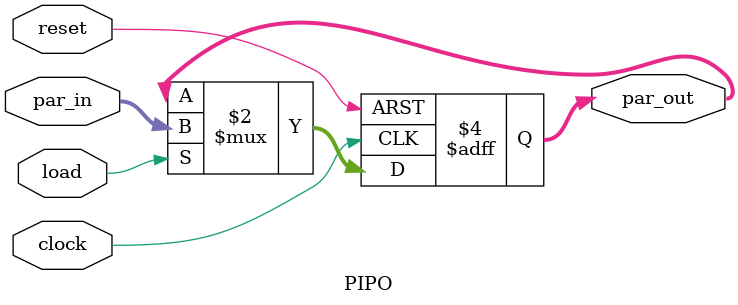
<source format=v>
module PIPO(input [3:0]par_in,input clock,reset,load,
output reg[3:0]par_out);

always @(posedge clock or posedge reset)begin
    if(reset)begin
        par_out<=4'b0000;
    end
    else if(load)
    begin
        par_out<=par_in;
    end
end
endmodule


</source>
